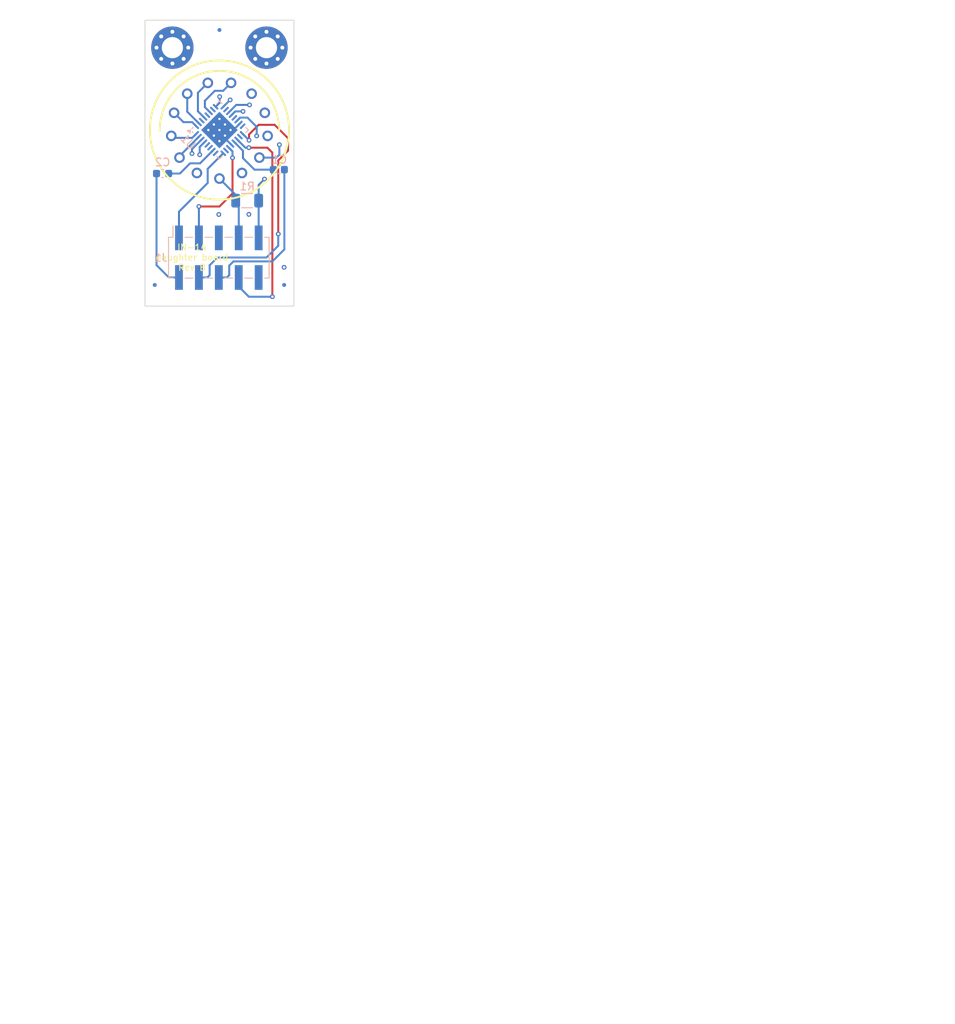
<source format=kicad_pcb>
(kicad_pcb (version 20240108) (generator "pcbnew") (generator_version "8.0")
  (title_block (title "IN-14 daughter board") (date "2024-02-25") (rev "B") (company "Paul Willis"))
  (layers (0 "F.Cu" signal) (1 "In1.Cu" signal) (2 "In2.Cu" signal) (31 "B.Cu" signal) (34 "B.Paste" user) (35 "F.Paste" user) (36 "B.SilkS" user "B.Silkscreen") (37 "F.SilkS" user "F.Silkscreen") (38 "B.Mask" user) (39 "F.Mask" user) (44 "Edge.Cuts" user))
  (net 0 "")
  (net 1 "+3.3V")
  (net 2 "/DIN")
  (net 3 "GND")
  (net 4 "VPP")
  (net 5 "+5V")
  (net 6 "/DOUT")
  (net 7 "/N_1")
  (net 8 "/N_2")
  (net 9 "/N_3")
  (net 10 "/N_4")
  (net 11 "/N_5")
  (net 12 "/N_6")
  (net 13 "/N_7")
  (net 14 "/N_8")
  (net 15 "/N_9")
  (net 16 "/N_0")
  (net 17 "/N_LHDP")
  (net 18 "/N_RHDP")
  (net 19 "/ANODE")
  (net 31 "/VDD")
  (net 32 "/VBIAS")
  (net 33 "/CLK")
  (net 34 "/~{LE}")
  (footprint "MountingHole:MountingHole_2.7mm_M2.5_Pad_Via" (layer "F.Cu") (at 47.25 19.375)
    (property "Reference" "H2" (hide yes))
    (property "Value" "MountingHole_Pad")
    (pad "1" thru_hole circle (at -2.025 0) (size 0.8 0.8) (drill 0.5) (layers "*.Cu" "*.Mask") (net 3 "GND"))
    (pad "1" thru_hole circle (at -1.431891 -1.431891) (size 0.8 0.8) (drill 0.5) (layers "*.Cu" "*.Mask") (net 3 "GND"))
    (pad "1" thru_hole circle (at -1.431891 1.431891) (size 0.8 0.8) (drill 0.5) (layers "*.Cu" "*.Mask") (net 3 "GND"))
    (pad "1" thru_hole circle (at 0 -2.025) (size 0.8 0.8) (drill 0.5) (layers "*.Cu" "*.Mask") (net 3 "GND"))
    (pad "1" thru_hole circle (at 0 0) (size 5.4 5.4) (drill 2.7) (layers "*.Cu" "*.Mask") (net 3 "GND"))
    (pad "1" thru_hole circle (at 0 2.025) (size 0.8 0.8) (drill 0.5) (layers "*.Cu" "*.Mask") (net 3 "GND"))
    (pad "1" thru_hole circle (at 1.431891 -1.431891) (size 0.8 0.8) (drill 0.5) (layers "*.Cu" "*.Mask") (net 3 "GND"))
    (pad "1" thru_hole circle (at 1.431891 1.431891) (size 0.8 0.8) (drill 0.5) (layers "*.Cu" "*.Mask") (net 3 "GND"))
    (pad "1" thru_hole circle (at 2.025 0) (size 0.8 0.8) (drill 0.5) (layers "*.Cu" "*.Mask") (net 3 "GND"))
  )
  (footprint "Symbol:Symbol_Highvoltage_Type1_CopperTop_Small" (layer "F.Cu") (at 44.111 46.9465)
    (property "Reference" "REF**" (hide yes))
    (property "Value" "Symbol_Highvoltage_Type1_CopperTop_Small")
  )
  (footprint "00_lib:nixies-us-IN-14" (layer "F.Cu") (at 41.25 29.875)
    (property "Reference" "N1" (hide yes))
    (property "Value" "IN-14" (hide yes))
    (fp_arc (start -7.62 0.15748) (mid -0.07874 -7.54126) (end 7.62 0) (stroke (width 0.254)) (layer "F.SilkS"))
    (fp_circle (center 0 0) (end 0 -8.87222) (stroke (width 0.254)) (fill none) (layer "F.SilkS"))
    (pad "0" thru_hole circle (at -5.0927 3.51536) (size 1.3462 1.3462) (drill 0.8382) (layers "*.Cu" "*.Mask") (net 16 "/N_0"))
    (pad "1" thru_hole circle (at 5.0927 3.51536) (size 1.3462 1.3462) (drill 0.8382) (layers "*.Cu" "*.Mask") (net 7 "/N_1"))
    (pad "2" thru_hole circle (at 6.14426 0.74422) (size 1.3462 1.3462) (drill 0.8382) (layers "*.Cu" "*.Mask") (net 8 "/N_2"))
    (pad "3" thru_hole circle (at 5.78612 -2.19456) (size 1.3462 1.3462) (drill 0.8382) (layers "*.Cu" "*.Mask") (net 9 "/N_3"))
    (pad "4" thru_hole circle (at 4.10464 -4.63296) (size 1.3462 1.3462) (drill 0.8382) (layers "*.Cu" "*.Mask") (net 10 "/N_4"))
    (pad "5" thru_hole circle (at 1.48082 -6.00964) (size 1.3462 1.3462) (drill 0.8382) (layers "*.Cu" "*.Mask") (net 11 "/N_5"))
    (pad "6" thru_hole circle (at -1.48082 -6.00964) (size 1.3462 1.3462) (drill 0.8382) (layers "*.Cu" "*.Mask") (net 12 "/N_6"))
    (pad "7" thru_hole circle (at -4.10464 -4.63296) (size 1.3462 1.3462) (drill 0.8382) (layers "*.Cu" "*.Mask") (net 13 "/N_7"))
    (pad "8" thru_hole circle (at -5.78612 -2.19456) (size 1.3462 1.3462) (drill 0.8382) (layers "*.Cu" "*.Mask") (net 14 "/N_8"))
    (pad "9" thru_hole circle (at -6.14426 0.74422) (size 1.3462 1.3462) (drill 0.8382) (layers "*.Cu" "*.Mask") (net 15 "/N_9"))
    (pad "A" thru_hole circle (at 0 6.18744) (size 1.3462 1.3462) (drill 0.8382) (layers "*.Cu" "*.Mask") (net 19 "/ANODE"))
    (pad "LHDP" thru_hole circle (at 2.87528 5.47878) (size 1.3462 1.3462) (drill 0.8382) (layers "*.Cu" "*.Mask") (net 17 "/N_LHDP"))
    (pad "RHDP" thru_hole circle (at -2.87528 5.47878) (size 1.3462 1.3462) (drill 0.8382) (layers "*.Cu" "*.Mask") (net 18 "/N_RHDP"))
  )
  (footprint "MountingHole:MountingHole_2.7mm_M2.5_Pad_Via" (layer "F.Cu") (at 35.25 19.375)
    (property "Reference" "H1" (hide yes))
    (property "Value" "MountingHole_Pad")
    (pad "1" thru_hole circle (at -2.025 0) (size 0.8 0.8) (drill 0.5) (layers "*.Cu" "*.Mask") (net 3 "GND"))
    (pad "1" thru_hole circle (at -1.431891 -1.431891) (size 0.8 0.8) (drill 0.5) (layers "*.Cu" "*.Mask") (net 3 "GND"))
    (pad "1" thru_hole circle (at -1.431891 1.431891) (size 0.8 0.8) (drill 0.5) (layers "*.Cu" "*.Mask") (net 3 "GND"))
    (pad "1" thru_hole circle (at 0 -2.025) (size 0.8 0.8) (drill 0.5) (layers "*.Cu" "*.Mask") (net 3 "GND"))
    (pad "1" thru_hole circle (at 0 0) (size 5.4 5.4) (drill 2.7) (layers "*.Cu" "*.Mask") (net 3 "GND"))
    (pad "1" thru_hole circle (at 0 2.025) (size 0.8 0.8) (drill 0.5) (layers "*.Cu" "*.Mask") (net 3 "GND"))
    (pad "1" thru_hole circle (at 1.431891 -1.431891) (size 0.8 0.8) (drill 0.5) (layers "*.Cu" "*.Mask") (net 3 "GND"))
    (pad "1" thru_hole circle (at 1.431891 1.431891) (size 0.8 0.8) (drill 0.5) (layers "*.Cu" "*.Mask") (net 3 "GND"))
    (pad "1" thru_hole circle (at 2.025 0) (size 0.8 0.8) (drill 0.5) (layers "*.Cu" "*.Mask") (net 3 "GND"))
  )
  (footprint "Capacitor_SMD:C_0603_1608Metric" (layer "B.Cu") (at 34 35.42 180)
    (property "Reference" "C2" (at 0 1.43 0) (layer "B.SilkS") (effects (justify mirror)))
    (property "Value" "0.1u")
    (fp_line (start -0.14058 0.51) (end 0.14058 0.51) (stroke (width 0.12)) (layer "B.SilkS"))
    (fp_line (start -0.14058 -0.51) (end 0.14058 -0.51) (stroke (width 0.12)) (layer "B.SilkS"))
    (pad "1" smd roundrect (at -0.775 0 180) (size 0.9 0.95) (layers "B.Cu" "B.Paste" "B.Mask") (net 32 "/VBIAS"))
    (pad "2" smd roundrect (at 0.775 0 180) (size 0.9 0.95) (layers "B.Cu" "B.Paste" "B.Mask") (net 5 "+5V"))
  )
  (footprint "Fiducial:Fiducial_0.5mm_Mask1.5mm" (layer "B.Cu") (at 41.25 17.125 180)
    (property "Reference" "FID3" (hide yes))
    (property "Value" "Fiducial")
    (pad "" smd circle (at 0 0 180) (size 0.5 0.5) (layers "B.Cu" "B.Mask") (clearance 0.5))
  )
  (footprint "Resistor_SMD:R_1206_3216Metric" (layer "B.Cu") (at 44.7875 38.875 180)
    (property "Reference" "R1" (at 0 1.82 0) (layer "B.SilkS") (effects (justify mirror)))
    (property "Value" "27k")
    (fp_line (start -0.727064 0.91) (end 0.727064 0.91) (stroke (width 0.12)) (layer "B.SilkS"))
    (fp_line (start -0.727064 -0.91) (end 0.727064 -0.91) (stroke (width 0.12)) (layer "B.SilkS"))
    (pad "1" smd roundrect (at -1.4625 0 180) (size 1.125 1.75) (layers "B.Cu" "B.Paste" "B.Mask") (roundrect_rratio 0.2222222222) (net 4 "VPP"))
    (pad "2" smd roundrect (at 1.4625 0 180) (size 1.125 1.75) (layers "B.Cu" "B.Paste" "B.Mask") (roundrect_rratio 0.2222222222) (net 19 "/ANODE"))
  )
  (footprint "Capacitor_SMD:C_0603_1608Metric" (layer "B.Cu") (at 48.895 34.925)
    (property "Reference" "C1" (at 0 -1.27 0) (layer "B.SilkS") (effects (justify mirror)))
    (property "Value" "0.1u")
    (fp_line (start -0.14058 -0.51) (end 0.14058 -0.51) (stroke (width 0.12)) (layer "B.SilkS"))
    (fp_line (start -0.14058 0.51) (end 0.14058 0.51) (stroke (width 0.12)) (layer "B.SilkS"))
    (pad "1" smd roundrect (at -0.775 0) (size 0.9 0.95) (layers "B.Cu" "B.Paste" "B.Mask") (net 31 "/VDD"))
    (pad "2" smd roundrect (at 0.635 0) (size 0.9 0.95) (layers "B.Cu" "B.Paste" "B.Mask") (net 1 "+3.3V"))
  )
  (footprint "Fiducial:Fiducial_0.5mm_Mask1.5mm" (layer "B.Cu") (at 33 49.625 180)
    (property "Reference" "FID1" (hide yes))
    (property "Value" "Fiducial")
    (pad "" smd circle (at 0 0 180) (size 0.5 0.5) (layers "B.Cu" "B.Mask") (clearance 0.5))
  )
  (footprint "Connector_PinHeader_2.54mm:PinHeader_2x05_P2.54mm_Vertical_SMD" (layer "B.Cu") (at 41.17 46.15 -90)
    (property "Reference" "J1" (at 0 7.41 0) (layer "B.SilkS") (effects (justify mirror)))
    (property "Value" "Conn_02x05_Odd_Even")
    (fp_line (start -2.6 6.41) (end 2.6 6.41) (stroke (width 0.12)) (layer "B.SilkS"))
    (fp_line (start -2.6 6.41) (end -2.6 5.84) (stroke (width 0.12)) (layer "B.SilkS"))
    (fp_line (start 2.6 6.41) (end 2.6 5.84) (stroke (width 0.12)) (layer "B.SilkS"))
    (fp_line (start -4.04 5.84) (end -2.6 5.84) (stroke (width 0.12)) (layer "B.SilkS"))
    (fp_line (start -2.6 4.32) (end -2.6 3.3) (stroke (width 0.12)) (layer "B.SilkS"))
    (fp_line (start 2.6 4.32) (end 2.6 3.3) (stroke (width 0.12)) (layer "B.SilkS"))
    (fp_line (start -2.6 1.78) (end -2.6 0.76) (stroke (width 0.12)) (layer "B.SilkS"))
    (fp_line (start 2.6 1.78) (end 2.6 0.76) (stroke (width 0.12)) (layer "B.SilkS"))
    (fp_line (start -2.6 -0.76) (end -2.6 -1.78) (stroke (width 0.12)) (layer "B.SilkS"))
    (fp_line (start 2.6 -0.76) (end 2.6 -1.78) (stroke (width 0.12)) (layer "B.SilkS"))
    (fp_line (start -2.6 -3.3) (end -2.6 -4.32) (stroke (width 0.12)) (layer "B.SilkS"))
    (fp_line (start 2.6 -3.3) (end 2.6 -4.32) (stroke (width 0.12)) (layer "B.SilkS"))
    (fp_line (start -2.6 -5.84) (end -2.6 -6.41) (stroke (width 0.12)) (layer "B.SilkS"))
    (fp_line (start 2.6 -5.84) (end 2.6 -6.41) (stroke (width 0.12)) (layer "B.SilkS"))
    (fp_line (start -2.6 -6.41) (end 2.6 -6.41) (stroke (width 0.12)) (layer "B.SilkS"))
    (pad "1" smd rect (at -2.525 5.08 270) (size 3.15 1) (layers "B.Cu" "B.Paste" "B.Mask") (net 6 "/DOUT"))
    (pad "2" smd rect (at 2.525 5.08 270) (size 3.15 1) (layers "B.Cu" "B.Paste" "B.Mask") (net 5 "+5V"))
    (pad "3" smd rect (at -2.525 2.54 270) (size 3.15 1) (layers "B.Cu" "B.Paste" "B.Mask") (net 34 "/~{LE}"))
    (pad "4" smd rect (at 2.525 2.54 270) (size 3.15 1) (layers "B.Cu" "B.Paste" "B.Mask") (net 2 "/DIN"))
    (pad "5" smd rect (at -2.525 0 270) (size 3.15 1) (layers "B.Cu" "B.Paste" "B.Mask") (net 3 "GND"))
    (pad "6" smd rect (at 2.525 0 270) (size 3.15 1) (layers "B.Cu" "B.Paste" "B.Mask") (net 1 "+3.3V"))
    (pad "7" smd rect (at -2.525 -2.54 270) (size 3.15 1) (layers "B.Cu" "B.Paste" "B.Mask") (net 19 "/ANODE"))
    (pad "8" smd rect (at 2.525 -2.54 270) (size 3.15 1) (layers "B.Cu" "B.Paste" "B.Mask") (net 33 "/CLK"))
    (pad "9" smd rect (at -2.525 -5.08 270) (size 3.15 1) (layers "B.Cu" "B.Paste" "B.Mask") (net 4 "VPP"))
    (pad "10" smd rect (at 2.525 -5.08 270) (size 3.15 1) (layers "B.Cu" "B.Paste" "B.Mask") (net 3 "GND"))
  )
  (footprint "Package_DFN_QFN:QFN-32-1EP_5x5mm_P0.5mm_EP3.3x3.3mm_ThermalVias" (layer "B.Cu") (at 41.25 29.875 -45)
    (property "Reference" "U1" (at -1.767767 3.889087 135) (layer "B.SilkS") (effects (justify mirror)))
    (property "Value" "HV509K6-G")
    (fp_line (start -2.61 2.37) (end -2.61 2.135) (stroke (width 0.12)) (layer "B.SilkS"))
    (fp_line (start -2.31 2.61) (end -2.135 2.61) (stroke (width 0.12)) (layer "B.SilkS"))
    (fp_line (start -2.61 -2.135) (end -2.61 -2.61) (stroke (width 0.12)) (layer "B.SilkS"))
    (fp_line (start -2.61 -2.61) (end -2.135 -2.61) (stroke (width 0.12)) (layer "B.SilkS"))
    (fp_line (start 2.61 2.61) (end 2.135 2.61) (stroke (width 0.12)) (layer "B.SilkS"))
    (fp_line (start 2.61 2.135) (end 2.61 2.61) (stroke (width 0.12)) (layer "B.SilkS"))
    (fp_line (start 2.61 -2.135) (end 2.61 -2.61) (stroke (width 0.12)) (layer "B.SilkS"))
    (fp_line (start 2.61 -2.61) (end 2.135 -2.61) (stroke (width 0.12)) (layer "B.SilkS"))
    (fp_poly (pts (xy -2.61 2.61) (xy -2.85 2.94) (xy -2.37 2.94) (xy -2.61 2.61)) (stroke (width 0.12)) (fill solid) (layer "B.SilkS"))
    (pad "1" smd roundrect (at -2.4375 1.75 315) (size 0.875 0.25) (layers "B.Cu" "B.Paste" "B.Mask") (net 14 "/N_8"))
    (pad "2" smd roundrect (at -2.4375 1.25 315) (size 0.875 0.25) (layers "B.Cu" "B.Paste" "B.Mask") (net 13 "/N_7"))
    (pad "3" smd roundrect (at -2.4375 0.75 315) (size 0.875 0.25) (layers "B.Cu" "B.Paste" "B.Mask"))
    (pad "4" smd roundrect (at -2.4375 0.25 315) (size 0.875 0.25) (layers "B.Cu" "B.Paste" "B.Mask") (net 12 "/N_6"))
    (pad "5" smd roundrect (at -2.4375 -0.25 315) (size 0.875 0.25) (layers "B.Cu" "B.Paste" "B.Mask"))
    (pad "6" smd roundrect (at -2.4375 -0.75 315) (size 0.875 0.25) (layers "B.Cu" "B.Paste" "B.Mask") (net 11 "/N_5"))
    (pad "7" smd roundrect (at -2.4375 -1.25 315) (size 0.875 0.25) (layers "B.Cu" "B.Paste" "B.Mask"))
    (pad "8" smd roundrect (at -2.4375 -1.75 315) (size 0.875 0.25) (layers "B.Cu" "B.Paste" "B.Mask") (net 10 "/N_4"))
    (pad "9" smd roundrect (at -1.75 -2.4375 315) (size 0.25 0.875) (layers "B.Cu" "B.Paste" "B.Mask") (net 9 "/N_3"))
    (pad "10" smd roundrect (at -1.25 -2.4375 315) (size 0.25 0.875) (layers "B.Cu" "B.Paste" "B.Mask"))
    (pad "11" smd roundrect (at -0.75 -2.4375 315) (size 0.25 0.875) (layers "B.Cu" "B.Paste" "B.Mask") (net 8 "/N_2"))
    (pad "12" smd roundrect (at -0.25 -2.4375 315) (size 0.25 0.875) (layers "B.Cu" "B.Paste" "B.Mask") (net 7 "/N_1"))
    (pad "13" smd roundrect (at 0.25 -2.4375 315) (size 0.25 0.875) (layers "B.Cu" "B.Paste" "B.Mask"))
    (pad "14" smd roundrect (at 0.75 -2.4375 315) (size 0.25 0.875) (layers "B.Cu" "B.Paste" "B.Mask") (net 4 "VPP"))
    (pad "15" smd roundrect (at 1.25 -2.4375 315) (size 0.25 0.875) (layers "B.Cu" "B.Paste" "B.Mask") (net 3 "GND"))
    (pad "16" smd roundrect (at 1.75 -2.4375 315) (size 0.25 0.875) (layers "B.Cu" "B.Paste" "B.Mask"))
    (pad "17" smd roundrect (at 2.4375 -1.75 315) (size 0.875 0.25) (layers "B.Cu" "B.Paste" "B.Mask") (net 2 "/DIN"))
    (pad "18" smd roundrect (at 2.4375 -1.25 315) (size 0.875 0.25) (layers "B.Cu" "B.Paste" "B.Mask"))
    (pad "19" smd roundrect (at 2.4375 -0.75 315) (size 0.875 0.25) (layers "B.Cu" "B.Paste" "B.Mask") (net 33 "/CLK"))
    (pad "20" smd roundrect (at 2.4375 -0.25 315) (size 0.875 0.25) (layers "B.Cu" "B.Paste" "B.Mask") (net 31 "/VDD"))
    (pad "21" smd roundrect (at 2.4375 0.25 315) (size 0.875 0.25) (layers "B.Cu" "B.Paste" "B.Mask") (net 3 "GND"))
    (pad "22" smd roundrect (at 2.4375 0.75 315) (size 0.875 0.25) (layers "B.Cu" "B.Paste" "B.Mask") (net 34 "/~{LE}"))
    (pad "23" smd roundrect (at 2.4375 1.25 315) (size 0.875 0.25) (layers "B.Cu" "B.Paste" "B.Mask"))
    (pad "24" smd roundrect (at 2.4375 1.75 315) (size 0.875 0.25) (layers "B.Cu" "B.Paste" "B.Mask") (net 6 "/DOUT"))
    (pad "25" smd roundrect (at 1.75 2.4375 315) (size 0.25 0.875) (layers "B.Cu" "B.Paste" "B.Mask"))
    (pad "26" smd roundrect (at 1.25 2.4375 315) (size 0.25 0.875) (layers "B.Cu" "B.Paste" "B.Mask") (net 32 "/VBIAS"))
    (pad "27" smd roundrect (at 0.75 2.4375 315) (size 0.25 0.875) (layers "B.Cu" "B.Paste" "B.Mask"))
    (pad "28" smd roundrect (at 0.25 2.4375 315) (size 0.25 0.875) (layers "B.Cu" "B.Paste" "B.Mask"))
    (pad "29" smd roundrect (at -0.25 2.4375 315) (size 0.25 0.875) (layers "B.Cu" "B.Paste" "B.Mask") (net 17 "/N_LHDP"))
    (pad "30" smd roundrect (at -0.75 2.4375 315) (size 0.25 0.875) (layers "B.Cu" "B.Paste" "B.Mask") (net 18 "/N_RHDP"))
    (pad "31" smd roundrect (at -1.25 2.4375 315) (size 0.25 0.875) (layers "B.Cu" "B.Paste" "B.Mask") (net 16 "/N_0"))
    (pad "32" smd roundrect (at -1.75 2.4375 315) (size 0.25 0.875) (layers "B.Cu" "B.Paste" "B.Mask") (net 15 "/N_9"))
    (pad "33" thru_hole circle (at -1 -1 315) (size 0.6 0.6) (drill 0.3) (property pad_prop_heatsink) (layers "*.Cu") (net 3 "GND"))
    (pad "33" thru_hole circle (at -1 0 315) (size 0.6 0.6) (drill 0.3) (property pad_prop_heatsink) (layers "*.Cu") (net 3 "GND"))
    (pad "33" thru_hole circle (at -1 1 315) (size 0.6 0.6) (drill 0.3) (property pad_prop_heatsink) (layers "*.Cu") (net 3 "GND"))
    (pad "33" thru_hole circle (at 0 -1 315) (size 0.6 0.6) (drill 0.3) (property pad_prop_heatsink) (layers "*.Cu") (net 3 "GND"))
    (pad "33" thru_hole circle (at 0 0 315) (size 0.6 0.6) (drill 0.3) (property pad_prop_heatsink) (layers "*.Cu") (net 3 "GND"))
    (pad "33" smd rect (at 0 0 315) (size 2.5 2.5) (property pad_prop_heatsink) (layers "F.Cu") (net 3 "GND"))
    (pad "33" smd rect (at 0 0 315) (size 3.3 3.3) (property pad_prop_heatsink) (layers "B.Cu" "B.Mask") (net 3 "GND"))
    (pad "33" thru_hole circle (at 0 1 315) (size 0.6 0.6) (drill 0.3) (property pad_prop_heatsink) (layers "*.Cu") (net 3 "GND"))
    (pad "33" thru_hole circle (at 1 -1 315) (size 0.6 0.6) (drill 0.3) (property pad_prop_heatsink) (layers "*.Cu") (net 3 "GND"))
    (pad "33" thru_hole circle (at 1 0 315) (size 0.6 0.6) (drill 0.3) (property pad_prop_heatsink) (layers "*.Cu") (net 3 "GND"))
    (pad "33" thru_hole circle (at 1 1 315) (size 0.6 0.6) (drill 0.3) (property pad_prop_heatsink) (layers "*.Cu") (net 3 "GND"))
  )
  (footprint "Fiducial:Fiducial_0.5mm_Mask1.5mm" (layer "B.Cu") (at 49.5 49.625 180)
    (property "Reference" "FID2" (hide yes))
    (property "Value" "Fiducial")
    (pad "" smd circle (at 0 0 180) (size 0.5 0.5) (layers "B.Cu" "B.Mask") (clearance 0.5))
  )
  (gr_rect (start 31.75 15.875) (end 50.75 52.32) (stroke (width 0.1)) (fill none) (layer "Edge.Cuts"))
  (gr_text "IN-14\ndaughter board\nRev B" (at 37.75 47.875 0) (layer "F.SilkS") (effects (font (size 0.8 0.8) (thickness 0.125)) (justify bottom)))
  (segment (start 48 46.625) (end 49.53 45.095) (width 0.25) (layer "B.Cu") (net 1))
  (segment (start 42.5 47.16) (end 43.035 46.625) (width 0.25) (layer "B.Cu") (net 1))
  (segment (start 42.5 48.375) (end 42.5 47.16) (width 0.25) (layer "B.Cu") (net 1))
  (segment (start 42.2 48.675) (end 42.5 48.375) (width 0.25) (layer "B.Cu") (net 1))
  (segment (start 41.17 48.675) (end 42.2 48.675) (width 0.25) (layer "B.Cu") (net 1))
  (segment (start 49.53 45.095) (end 49.53 34.925) (width 0.25) (layer "B.Cu") (net 1))
  (segment (start 43.035 46.625) (end 48 46.625) (width 0.25) (layer "B.Cu") (net 1))
  (segment (start 48.75 33.75) (end 50 32.5) (width 0.25) (layer "F.Cu") (net 2))
  (segment (start 46.25054 29.21) (end 45.0255 30.43504) (width 0.25) (layer "F.Cu") (net 2))
  (segment (start 50 32.5) (end 50 30.922795) (width 0.25) (layer "F.Cu") (net 2))
  (segment (start 45.0255 30.43504) (end 45.0255 31.175626) (width 0.25) (layer "F.Cu") (net 2))
  (segment (start 48.287205 29.21) (end 46.25054 29.21) (width 0.25) (layer "F.Cu") (net 2))
  (segment (start 50 30.922795) (end 48.287205 29.21) (width 0.25) (layer "F.Cu") (net 2))
  (segment (start 48.75 43.125) (end 48.75 33.75) (width 0.25) (layer "F.Cu") (net 2))
  (via (at 48.75 43.125) (size 0.6) (drill 0.3) (layers "F.Cu" "B.Cu") (net 2))
  (via (at 45.0255 31.175626) (size 0.6) (drill 0.3) (layers "F.Cu" "B.Cu") (net 2))
  (segment (start 40 48.375) (end 39.7 48.675) (width 0.25) (layer "B.Cu") (net 2))
  (segment (start 48.75 43.125) (end 48.75 44.625) (width 0.25) (layer "B.Cu") (net 2))
  (segment (start 45.0255 31.175626) (end 44.21101 30.361136) (width 0.25) (layer "B.Cu") (net 2))
  (segment (start 40 47.12) (end 40 48.375) (width 0.25) (layer "B.Cu") (net 2))
  (segment (start 39.7 48.675) (end 38.63 48.675) (width 0.25) (layer "B.Cu") (net 2))
  (segment (start 47.25 46.125) (end 40.995 46.125) (width 0.25) (layer "B.Cu") (net 2))
  (segment (start 48.75 44.625) (end 47.25 46.125) (width 0.25) (layer "B.Cu") (net 2))
  (segment (start 40.995 46.125) (end 40 47.12) (width 0.25) (layer "B.Cu") (net 2))
  (via (at 49.5 47.375) (size 0.6) (drill 0.3) (layers "F.Cu" "B.Cu") (net 3))
  (via (at 41.17 40.64) (size 0.6) (drill 0.3) (layers "F.Cu" "B.Cu") (net 3))
  (via (at 45 40.625) (size 0.6) (drill 0.3) (layers "F.Cu" "B.Cu") (net 3))
  (segment (start 43.857456 29.035311) (end 43.164213 29.728554) (width 0.25) (layer "B.Cu") (net 3))
  (segment (start 41.957107 30.728553) (end 41.957107 30.582107) (width 0.25) (layer "B.Cu") (net 3))
  (segment (start 42.81066 29.875) (end 42.664214 29.875) (width 0.25) (layer "B.Cu") (net 3))
  (segment (start 42.796796 31.775349) (end 42.103553 31.082106) (width 0.25) (layer "B.Cu") (net 3))
  (arc (start 43.164213 29.728554) (mid 43.002001 29.83694) (end 42.81066 29.875) (width 0.25) (layer "B.Cu") (net 3))
  (arc (start 41.957107 30.728553) (mid 41.995167 30.919894) (end 42.103553 31.082106) (width 0.25) (layer "B.Cu") (net 3))
  (via (at 47 36.125) (size 0.6) (drill 0.3) (layers "F.Cu" "B.Cu") (net 4))
  (via (at 46 30.625) (size 0.6) (drill 0.3) (layers "F.Cu" "B.Cu") (net 4))
  (segment (start 44.820376 28.287227) (end 43.898434 28.287227) (width 0.25) (layer "B.Cu") (net 4))
  (segment (start 46.25 38.875) (end 46.25 36.875) (width 0.25) (layer "B.Cu") (net 4))
  (segment (start 46.25 43.625) (end 46.25 38.875) (width 0.25) (layer "B.Cu") (net 4))
  (segment (start 46 29.466851) (end 44.820376 28.287227) (width 0.25) (layer "B.Cu") (net 4))
  (segment (start 43.898434 28.287227) (end 43.825211 28.36045) (width 0.25) (layer "B.Cu") (net 4))
  (segment (start 46.25 36.875) (end 47 36.125) (width 0.25) (layer "B.Cu") (net 4))
  (segment (start 46 30.625) (end 46 29.466851) (width 0.25) (layer "B.Cu") (net 4))
  (segment (start 43.503903 28.681757) (end 43.825211 28.36045) (width 0.25) (layer "B.Cu") (net 4))
  (segment (start 33.225 35.42) (end 33.225 47.1) (width 0.25) (layer "B.Cu") (net 5))
  (segment (start 33.225 47.1) (end 34.8 48.675) (width 0.25) (layer "B.Cu") (net 5))
  (segment (start 34.8 48.675) (end 36.09 48.675) (width 0.25) (layer "B.Cu") (net 5))
  (segment (start 39.75 34.822146) (end 41.736136 32.83601) (width 0.25) (layer "B.Cu") (net 6))
  (segment (start 36.09 43.625) (end 36.09 40.285) (width 0.25) (layer "B.Cu") (net 6))
  (segment (start 39.75 36.625) (end 39.75 34.822146) (width 0.25) (layer "B.Cu") (net 6))
  (segment (start 36.09 40.285) (end 39.75 36.625) (width 0.25) (layer "B.Cu") (net 6))
  (via (at 48.895 31.75) (size 0.6) (drill 0.3) (layers "F.Cu" "B.Cu") (net 7))
  (via (at 44.2575 27.4975) (size 0.6) (drill 0.3) (layers "F.Cu" "B.Cu") (net 7))
  (segment (start 48.895 31.75) (end 48.895 33.02) (width 0.25) (layer "B.Cu") (net 7))
  (segment (start 48.52464 33.39036) (end 46.3427 33.39036) (width 0.25) (layer "B.Cu") (net 7))
  (segment (start 43.273947 27.4975) (end 43.1275 27.643947) (width 0.25) (layer "B.Cu") (net 7))
  (segment (start 43.1275 27.643947) (end 42.796796 27.974651) (width 0.25) (layer "B.Cu") (net 7))
  (segment (start 44.2575 27.4975) (end 43.273947 27.4975) (width 0.25) (layer "B.Cu") (net 7))
  (segment (start 48.52464 33.39036) (end 48.895 33.02) (width 0.25) (layer "B.Cu") (net 7))
  (via (at 45.085 26.67) (size 0.6) (drill 0.3) (layers "F.Cu" "B.Cu") (net 8))
  (segment (start 43.39434 26.67) (end 45.085 26.67) (width 0.25) (layer "B.Cu") (net 8))
  (segment (start 43.39434 26.67) (end 42.443243 27.621097) (width 0.25) (layer "B.Cu") (net 8))
  (via (at 42.615126 26.035) (size 0.6) (drill 0.3) (layers "F.Cu" "B.Cu") (net 9))
  (segment (start 42.615126 26.035) (end 41.736136 26.91399) (width 0.25) (layer "B.Cu") (net 9))
  (via (at 41.275 25.625) (size 0.6) (drill 0.3) (layers "F.Cu" "B.Cu") (net 10))
  (segment (start 41.275 25.625) (end 41.27339 25.62661) (width 0.25) (layer "B.Cu") (net 10))
  (segment (start 41.27339 26.404464) (end 40.763864 26.91399) (width 0.25) (layer "B.Cu") (net 10))
  (segment (start 41.27339 25.62661) (end 41.27339 26.404464) (width 0.25) (layer "B.Cu") (net 10))
  (segment (start 40.056757 27.621097) (end 39.396447 26.960787) (width 0.25) (layer "B.Cu") (net 11))
  (segment (start 41.72118 24.875) (end 42.73082 23.86536) (width 0.25) (layer "B.Cu") (net 11))
  (segment (start 39.396447 26.143553) (end 40.665 24.875) (width 0.25) (layer "B.Cu") (net 11))
  (segment (start 39.396447 26.960787) (end 39.396447 26.143553) (width 0.25) (layer "B.Cu") (net 11))
  (segment (start 40.665 24.875) (end 41.72118 24.875) (width 0.25) (layer "B.Cu") (net 11))
  (segment (start 38.505 27.483553) (end 38.505 25.12954) (width 0.25) (layer "B.Cu") (net 12))
  (segment (start 38.505 25.12954) (end 39.76918 23.86536) (width 0.25) (layer "B.Cu") (net 12))
  (segment (start 39.349651 28.328204) (end 38.505 27.483553) (width 0.25) (layer "B.Cu") (net 12))
  (segment (start 38.642544 29.035311) (end 37.14536 27.538127) (width 0.25) (layer "B.Cu") (net 13))
  (segment (start 37.14536 27.538127) (end 37.14536 25.24204) (width 0.25) (layer "B.Cu") (net 13))
  (segment (start 38.28899 29.388864) (end 37.775126 28.875) (width 0.25) (layer "B.Cu") (net 14))
  (segment (start 36.65844 28.875) (end 35.46388 27.68044) (width 0.25) (layer "B.Cu") (net 14))
  (segment (start 37.775126 28.875) (end 36.65844 28.875) (width 0.25) (layer "B.Cu") (net 14))
  (segment (start 37.776487 30.873639) (end 35.502979 30.873639) (width 0.25) (layer "B.Cu") (net 15))
  (segment (start 38.28899 30.361136) (end 37.776487 30.873639) (width 0.25) (layer "B.Cu") (net 15))
  (segment (start 35.215073 30.728553) (end 35.10574 30.61922) (width 0.25) (layer "B.Cu") (net 15))
  (arc (start 35.502979 30.873639) (mid 35.347484 30.823429) (end 35.215073 30.728553) (width 0.25) (layer "B.Cu") (net 15))
  (segment (start 36.1573 33.199933) (end 36.1573 33.39036) (width 0.25) (layer "B.Cu") (net 16))
  (segment (start 38.642544 30.714689) (end 36.1573 33.199933) (width 0.25) (layer "B.Cu") (net 16))
  (via (at 38.735 33.02) (size 0.6) (drill 0.3) (layers "F.Cu" "B.Cu") (net 17))
  (segment (start 38.735 32.036447) (end 39.349651 31.421796) (width 0.25) (layer "B.Cu") (net 17))
  (segment (start 38.735 33.02) (end 38.735 32.036447) (width 0.25) (layer "B.Cu") (net 17))
  (via (at 37.746154 32.874434) (size 0.6) (drill 0.3) (layers "F.Cu" "B.Cu") (net 18))
  (segment (start 38.996097 31.068243) (end 37.746154 32.318186) (width 0.25) (layer "B.Cu") (net 18))
  (segment (start 37.746154 32.318186) (end 37.746154 32.874434) (width 0.25) (layer "B.Cu") (net 18))
  (segment (start 43.71 43.625) (end 43.71 39.26) (width 0.25) (layer "B.Cu") (net 19))
  (segment (start 41.25 36.06244) (end 43.325 38.13744) (width 0.25) (layer "B.Cu") (net 19))
  (segment (start 43.325 38.13744) (end 43.325 38.875) (width 0.25) (layer "B.Cu") (net 19))
  (segment (start 43.71 39.26) (end 43.325 38.875) (width 0.25) (layer "B.Cu") (net 19))
  (segment (start 44.25 33.455) (end 44.25 32.521447) (width 0.25) (layer "B.Cu") (net 31))
  (segment (start 48.12 34.925) (end 45.72 34.925) (width 0.25) (layer "B.Cu") (net 31))
  (segment (start 43.150349 31.421796) (end 44.25 32.521447) (width 0.25) (layer "B.Cu") (net 31))
  (segment (start 44.25 33.455) (end 45.72 34.925) (width 0.25) (layer "B.Cu") (net 31))
  (segment (start 37.5 34.125) (end 36.205 35.42) (width 0.25) (layer "B.Cu") (net 32))
  (segment (start 36.205 35.42) (end 34.775 35.42) (width 0.25) (layer "B.Cu") (net 32))
  (segment (start 38.767767 34.125) (end 37.5 34.125) (width 0.25) (layer "B.Cu") (net 32))
  (segment (start 40.410311 32.482456) (end 38.767767 34.125) (width 0.25) (layer "B.Cu") (net 32))
  (segment (start 48 51.125) (end 48 32.76) (width 0.25) (layer "F.Cu") (net 33))
  (segment (start 47.365 32.125) (end 45 32.125) (width 0.25) (layer "F.Cu") (net 33))
  (segment (start 48 32.76) (end 47.365 32.125) (width 0.25) (layer "F.Cu") (net 33))
  (via (at 48 51.125) (size 0.6) (drill 0.3) (layers "F.Cu" "B.Cu") (net 33))
  (via (at 45 32.125) (size 0.6) (drill 0.3) (layers "F.Cu" "B.Cu") (net 33))
  (segment (start 43.71 49.835) (end 43.71 48.675) (width 0.25) (layer "B.Cu") (net 33))
  (segment (start 45 51.125) (end 43.71 49.835) (width 0.25) (layer "B.Cu") (net 33))
  (segment (start 43.503903 31.068243) (end 44.56066 32.125) (width 0.25) (layer "B.Cu") (net 33))
  (segment (start 48 51.125) (end 45 51.125) (width 0.25) (layer "B.Cu") (net 33))
  (segment (start 45 32.125) (end 44.56066 32.125) (width 0.25) (layer "B.Cu") (net 33))
  (segment (start 42.915725 37.959275) (end 41.25 39.625) (width 0.25) (layer "F.Cu") (net 34))
  (segment (start 42.915725 33.411533) (end 42.915725 37.959275) (width 0.25) (layer "F.Cu") (net 34))
  (segment (start 38.63 39.625) (end 41.25 39.625) (width 0.25) (layer "F.Cu") (net 34))
  (via (at 38.63 39.625) (size 0.6) (drill 0.3) (layers "F.Cu" "B.Cu") (net 34))
  (via (at 42.915725 33.411533) (size 0.6) (drill 0.3) (layers "F.Cu" "B.Cu") (net 34))
  (segment (start 42.769278 32.454938) (end 42.443243 32.128903) (width 0.25) (layer "B.Cu") (net 34))
  (segment (start 42.915725 33.411533) (end 42.915725 32.601385) (width 0.25) (layer "B.Cu") (net 34))
  (segment (start 42.915725 32.601385) (end 42.769278 32.454938) (width 0.25) (layer "B.Cu") (net 34))
  (segment (start 38.63 39.625) (end 38.63 43.625) (width 0.25) (layer "B.Cu") (net 34))
)
</source>
